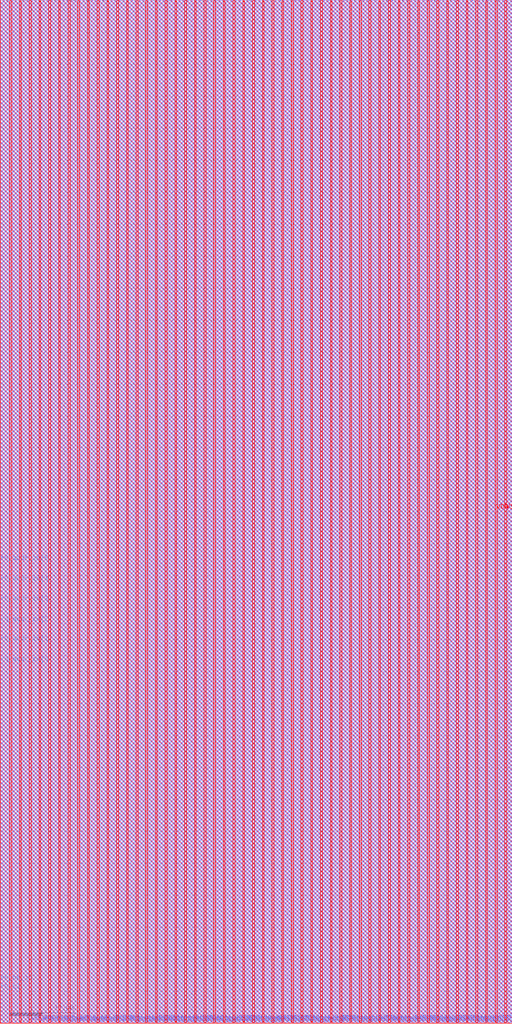
<source format=lef>
# Generated by OpenFakeRAM
VERSION 5.7 ;
BUSBITCHARS "[]" ;
PROPERTYDEFINITIONS
  MACRO width INTEGER ;
  MACRO depth INTEGER ;
  MACRO banks INTEGER ;
END PROPERTYDEFINITIONS
MACRO fakeram_1rw1r_64w64d_sram
  PROPERTY width 64 ;
  PROPERTY depth 64 ;
  PROPERTY banks 1 ;
  FOREIGN fakeram_1rw1r_64w64d_sram 0 0 ;
  SYMMETRY X Y R90 ;
  SIZE 80.180 BY 160.090 ;
  CLASS BLOCK ;
  PIN r0_clk
    DIRECTION INPUT ;
    USE SIGNAL ;
    SHAPE ABUTMENT ;
    PORT
      LAYER metal3 ;
      RECT 0.000 4.865 0.070 4.935 ;
    END
  END r0_clk
  PIN r0_ce_in
    DIRECTION INPUT ;
    USE SIGNAL ;
    SHAPE ABUTMENT ;
    PORT
      LAYER metal3 ;
      RECT 0.000 6.265 0.070 6.335 ;
    END
  END r0_ce_in
  PIN r0_addr_in[0]
    DIRECTION INPUT ;
    USE SIGNAL ;
    SHAPE ABUTMENT ;
    PORT
      LAYER metal3 ;
      RECT 0.000 56.105 0.070 56.175 ;
    END
  END r0_addr_in[0]
  PIN r0_addr_in[1]
    DIRECTION INPUT ;
    USE SIGNAL ;
    SHAPE ABUTMENT ;
    PORT
      LAYER metal3 ;
      RECT 0.000 59.325 0.070 59.395 ;
    END
  END r0_addr_in[1]
  PIN r0_addr_in[2]
    DIRECTION INPUT ;
    USE SIGNAL ;
    SHAPE ABUTMENT ;
    PORT
      LAYER metal3 ;
      RECT 0.000 62.405 0.070 62.475 ;
    END
  END r0_addr_in[2]
  PIN r0_addr_in[3]
    DIRECTION INPUT ;
    USE SIGNAL ;
    SHAPE ABUTMENT ;
    PORT
      LAYER metal3 ;
      RECT 0.000 65.625 0.070 65.695 ;
    END
  END r0_addr_in[3]
  PIN r0_addr_in[4]
    DIRECTION INPUT ;
    USE SIGNAL ;
    SHAPE ABUTMENT ;
    PORT
      LAYER metal3 ;
      RECT 0.000 68.705 0.070 68.775 ;
    END
  END r0_addr_in[4]
  PIN r0_addr_in[5]
    DIRECTION INPUT ;
    USE SIGNAL ;
    SHAPE ABUTMENT ;
    PORT
      LAYER metal3 ;
      RECT 0.000 71.925 0.070 71.995 ;
    END
  END r0_addr_in[5]
  PIN rw0_rd_out[0]
    DIRECTION OUTPUT ;
    USE SIGNAL ;
    SHAPE ABUTMENT ;
    PORT
      LAYER metal2 ;
      RECT 4.145 160.020 4.215 160.090 ;
    END
  END rw0_rd_out[0]
  PIN r0_rd_out[0]
    DIRECTION OUTPUT ;
    USE SIGNAL ;
    SHAPE ABUTMENT ;
    PORT
      LAYER metal2 ;
      RECT 4.715 160.020 4.785 160.090 ;
    END
  END r0_rd_out[0]
  PIN rw0_rd_out[1]
    DIRECTION OUTPUT ;
    USE SIGNAL ;
    SHAPE ABUTMENT ;
    PORT
      LAYER metal2 ;
      RECT 5.285 160.020 5.355 160.090 ;
    END
  END rw0_rd_out[1]
  PIN r0_rd_out[1]
    DIRECTION OUTPUT ;
    USE SIGNAL ;
    SHAPE ABUTMENT ;
    PORT
      LAYER metal2 ;
      RECT 5.855 160.020 5.925 160.090 ;
    END
  END r0_rd_out[1]
  PIN rw0_rd_out[2]
    DIRECTION OUTPUT ;
    USE SIGNAL ;
    SHAPE ABUTMENT ;
    PORT
      LAYER metal2 ;
      RECT 6.425 160.020 6.495 160.090 ;
    END
  END rw0_rd_out[2]
  PIN r0_rd_out[2]
    DIRECTION OUTPUT ;
    USE SIGNAL ;
    SHAPE ABUTMENT ;
    PORT
      LAYER metal2 ;
      RECT 6.995 160.020 7.065 160.090 ;
    END
  END r0_rd_out[2]
  PIN rw0_rd_out[3]
    DIRECTION OUTPUT ;
    USE SIGNAL ;
    SHAPE ABUTMENT ;
    PORT
      LAYER metal2 ;
      RECT 7.565 160.020 7.635 160.090 ;
    END
  END rw0_rd_out[3]
  PIN r0_rd_out[3]
    DIRECTION OUTPUT ;
    USE SIGNAL ;
    SHAPE ABUTMENT ;
    PORT
      LAYER metal2 ;
      RECT 8.135 160.020 8.205 160.090 ;
    END
  END r0_rd_out[3]
  PIN rw0_rd_out[4]
    DIRECTION OUTPUT ;
    USE SIGNAL ;
    SHAPE ABUTMENT ;
    PORT
      LAYER metal2 ;
      RECT 8.705 160.020 8.775 160.090 ;
    END
  END rw0_rd_out[4]
  PIN r0_rd_out[4]
    DIRECTION OUTPUT ;
    USE SIGNAL ;
    SHAPE ABUTMENT ;
    PORT
      LAYER metal2 ;
      RECT 9.275 160.020 9.345 160.090 ;
    END
  END r0_rd_out[4]
  PIN rw0_rd_out[5]
    DIRECTION OUTPUT ;
    USE SIGNAL ;
    SHAPE ABUTMENT ;
    PORT
      LAYER metal2 ;
      RECT 9.845 160.020 9.915 160.090 ;
    END
  END rw0_rd_out[5]
  PIN r0_rd_out[5]
    DIRECTION OUTPUT ;
    USE SIGNAL ;
    SHAPE ABUTMENT ;
    PORT
      LAYER metal2 ;
      RECT 10.415 160.020 10.485 160.090 ;
    END
  END r0_rd_out[5]
  PIN rw0_rd_out[6]
    DIRECTION OUTPUT ;
    USE SIGNAL ;
    SHAPE ABUTMENT ;
    PORT
      LAYER metal2 ;
      RECT 10.985 160.020 11.055 160.090 ;
    END
  END rw0_rd_out[6]
  PIN r0_rd_out[6]
    DIRECTION OUTPUT ;
    USE SIGNAL ;
    SHAPE ABUTMENT ;
    PORT
      LAYER metal2 ;
      RECT 11.555 160.020 11.625 160.090 ;
    END
  END r0_rd_out[6]
  PIN rw0_rd_out[7]
    DIRECTION OUTPUT ;
    USE SIGNAL ;
    SHAPE ABUTMENT ;
    PORT
      LAYER metal2 ;
      RECT 12.125 160.020 12.195 160.090 ;
    END
  END rw0_rd_out[7]
  PIN r0_rd_out[7]
    DIRECTION OUTPUT ;
    USE SIGNAL ;
    SHAPE ABUTMENT ;
    PORT
      LAYER metal2 ;
      RECT 12.695 160.020 12.765 160.090 ;
    END
  END r0_rd_out[7]
  PIN rw0_rd_out[8]
    DIRECTION OUTPUT ;
    USE SIGNAL ;
    SHAPE ABUTMENT ;
    PORT
      LAYER metal2 ;
      RECT 13.265 160.020 13.335 160.090 ;
    END
  END rw0_rd_out[8]
  PIN r0_rd_out[8]
    DIRECTION OUTPUT ;
    USE SIGNAL ;
    SHAPE ABUTMENT ;
    PORT
      LAYER metal2 ;
      RECT 13.835 160.020 13.905 160.090 ;
    END
  END r0_rd_out[8]
  PIN rw0_rd_out[9]
    DIRECTION OUTPUT ;
    USE SIGNAL ;
    SHAPE ABUTMENT ;
    PORT
      LAYER metal2 ;
      RECT 14.405 160.020 14.475 160.090 ;
    END
  END rw0_rd_out[9]
  PIN r0_rd_out[9]
    DIRECTION OUTPUT ;
    USE SIGNAL ;
    SHAPE ABUTMENT ;
    PORT
      LAYER metal2 ;
      RECT 14.975 160.020 15.045 160.090 ;
    END
  END r0_rd_out[9]
  PIN rw0_rd_out[10]
    DIRECTION OUTPUT ;
    USE SIGNAL ;
    SHAPE ABUTMENT ;
    PORT
      LAYER metal2 ;
      RECT 15.545 160.020 15.615 160.090 ;
    END
  END rw0_rd_out[10]
  PIN r0_rd_out[10]
    DIRECTION OUTPUT ;
    USE SIGNAL ;
    SHAPE ABUTMENT ;
    PORT
      LAYER metal2 ;
      RECT 16.115 160.020 16.185 160.090 ;
    END
  END r0_rd_out[10]
  PIN rw0_rd_out[11]
    DIRECTION OUTPUT ;
    USE SIGNAL ;
    SHAPE ABUTMENT ;
    PORT
      LAYER metal2 ;
      RECT 16.685 160.020 16.755 160.090 ;
    END
  END rw0_rd_out[11]
  PIN r0_rd_out[11]
    DIRECTION OUTPUT ;
    USE SIGNAL ;
    SHAPE ABUTMENT ;
    PORT
      LAYER metal2 ;
      RECT 17.255 160.020 17.325 160.090 ;
    END
  END r0_rd_out[11]
  PIN rw0_rd_out[12]
    DIRECTION OUTPUT ;
    USE SIGNAL ;
    SHAPE ABUTMENT ;
    PORT
      LAYER metal2 ;
      RECT 17.825 160.020 17.895 160.090 ;
    END
  END rw0_rd_out[12]
  PIN r0_rd_out[12]
    DIRECTION OUTPUT ;
    USE SIGNAL ;
    SHAPE ABUTMENT ;
    PORT
      LAYER metal2 ;
      RECT 18.395 160.020 18.465 160.090 ;
    END
  END r0_rd_out[12]
  PIN rw0_rd_out[13]
    DIRECTION OUTPUT ;
    USE SIGNAL ;
    SHAPE ABUTMENT ;
    PORT
      LAYER metal2 ;
      RECT 18.965 160.020 19.035 160.090 ;
    END
  END rw0_rd_out[13]
  PIN r0_rd_out[13]
    DIRECTION OUTPUT ;
    USE SIGNAL ;
    SHAPE ABUTMENT ;
    PORT
      LAYER metal2 ;
      RECT 19.535 160.020 19.605 160.090 ;
    END
  END r0_rd_out[13]
  PIN rw0_rd_out[14]
    DIRECTION OUTPUT ;
    USE SIGNAL ;
    SHAPE ABUTMENT ;
    PORT
      LAYER metal2 ;
      RECT 20.105 160.020 20.175 160.090 ;
    END
  END rw0_rd_out[14]
  PIN r0_rd_out[14]
    DIRECTION OUTPUT ;
    USE SIGNAL ;
    SHAPE ABUTMENT ;
    PORT
      LAYER metal2 ;
      RECT 20.675 160.020 20.745 160.090 ;
    END
  END r0_rd_out[14]
  PIN rw0_rd_out[15]
    DIRECTION OUTPUT ;
    USE SIGNAL ;
    SHAPE ABUTMENT ;
    PORT
      LAYER metal2 ;
      RECT 21.245 160.020 21.315 160.090 ;
    END
  END rw0_rd_out[15]
  PIN r0_rd_out[15]
    DIRECTION OUTPUT ;
    USE SIGNAL ;
    SHAPE ABUTMENT ;
    PORT
      LAYER metal2 ;
      RECT 21.815 160.020 21.885 160.090 ;
    END
  END r0_rd_out[15]
  PIN rw0_rd_out[16]
    DIRECTION OUTPUT ;
    USE SIGNAL ;
    SHAPE ABUTMENT ;
    PORT
      LAYER metal2 ;
      RECT 22.195 160.020 22.265 160.090 ;
    END
  END rw0_rd_out[16]
  PIN r0_rd_out[16]
    DIRECTION OUTPUT ;
    USE SIGNAL ;
    SHAPE ABUTMENT ;
    PORT
      LAYER metal2 ;
      RECT 22.765 160.020 22.835 160.090 ;
    END
  END r0_rd_out[16]
  PIN rw0_rd_out[17]
    DIRECTION OUTPUT ;
    USE SIGNAL ;
    SHAPE ABUTMENT ;
    PORT
      LAYER metal2 ;
      RECT 23.335 160.020 23.405 160.090 ;
    END
  END rw0_rd_out[17]
  PIN r0_rd_out[17]
    DIRECTION OUTPUT ;
    USE SIGNAL ;
    SHAPE ABUTMENT ;
    PORT
      LAYER metal2 ;
      RECT 23.905 160.020 23.975 160.090 ;
    END
  END r0_rd_out[17]
  PIN rw0_rd_out[18]
    DIRECTION OUTPUT ;
    USE SIGNAL ;
    SHAPE ABUTMENT ;
    PORT
      LAYER metal2 ;
      RECT 24.475 160.020 24.545 160.090 ;
    END
  END rw0_rd_out[18]
  PIN r0_rd_out[18]
    DIRECTION OUTPUT ;
    USE SIGNAL ;
    SHAPE ABUTMENT ;
    PORT
      LAYER metal2 ;
      RECT 25.045 160.020 25.115 160.090 ;
    END
  END r0_rd_out[18]
  PIN rw0_rd_out[19]
    DIRECTION OUTPUT ;
    USE SIGNAL ;
    SHAPE ABUTMENT ;
    PORT
      LAYER metal2 ;
      RECT 25.615 160.020 25.685 160.090 ;
    END
  END rw0_rd_out[19]
  PIN r0_rd_out[19]
    DIRECTION OUTPUT ;
    USE SIGNAL ;
    SHAPE ABUTMENT ;
    PORT
      LAYER metal2 ;
      RECT 26.185 160.020 26.255 160.090 ;
    END
  END r0_rd_out[19]
  PIN rw0_rd_out[20]
    DIRECTION OUTPUT ;
    USE SIGNAL ;
    SHAPE ABUTMENT ;
    PORT
      LAYER metal2 ;
      RECT 26.755 160.020 26.825 160.090 ;
    END
  END rw0_rd_out[20]
  PIN r0_rd_out[20]
    DIRECTION OUTPUT ;
    USE SIGNAL ;
    SHAPE ABUTMENT ;
    PORT
      LAYER metal2 ;
      RECT 27.325 160.020 27.395 160.090 ;
    END
  END r0_rd_out[20]
  PIN rw0_rd_out[21]
    DIRECTION OUTPUT ;
    USE SIGNAL ;
    SHAPE ABUTMENT ;
    PORT
      LAYER metal2 ;
      RECT 27.895 160.020 27.965 160.090 ;
    END
  END rw0_rd_out[21]
  PIN r0_rd_out[21]
    DIRECTION OUTPUT ;
    USE SIGNAL ;
    SHAPE ABUTMENT ;
    PORT
      LAYER metal2 ;
      RECT 28.465 160.020 28.535 160.090 ;
    END
  END r0_rd_out[21]
  PIN rw0_rd_out[22]
    DIRECTION OUTPUT ;
    USE SIGNAL ;
    SHAPE ABUTMENT ;
    PORT
      LAYER metal2 ;
      RECT 29.035 160.020 29.105 160.090 ;
    END
  END rw0_rd_out[22]
  PIN r0_rd_out[22]
    DIRECTION OUTPUT ;
    USE SIGNAL ;
    SHAPE ABUTMENT ;
    PORT
      LAYER metal2 ;
      RECT 29.605 160.020 29.675 160.090 ;
    END
  END r0_rd_out[22]
  PIN rw0_rd_out[23]
    DIRECTION OUTPUT ;
    USE SIGNAL ;
    SHAPE ABUTMENT ;
    PORT
      LAYER metal2 ;
      RECT 30.175 160.020 30.245 160.090 ;
    END
  END rw0_rd_out[23]
  PIN r0_rd_out[23]
    DIRECTION OUTPUT ;
    USE SIGNAL ;
    SHAPE ABUTMENT ;
    PORT
      LAYER metal2 ;
      RECT 30.745 160.020 30.815 160.090 ;
    END
  END r0_rd_out[23]
  PIN rw0_rd_out[24]
    DIRECTION OUTPUT ;
    USE SIGNAL ;
    SHAPE ABUTMENT ;
    PORT
      LAYER metal2 ;
      RECT 31.315 160.020 31.385 160.090 ;
    END
  END rw0_rd_out[24]
  PIN r0_rd_out[24]
    DIRECTION OUTPUT ;
    USE SIGNAL ;
    SHAPE ABUTMENT ;
    PORT
      LAYER metal2 ;
      RECT 31.885 160.020 31.955 160.090 ;
    END
  END r0_rd_out[24]
  PIN rw0_rd_out[25]
    DIRECTION OUTPUT ;
    USE SIGNAL ;
    SHAPE ABUTMENT ;
    PORT
      LAYER metal2 ;
      RECT 32.455 160.020 32.525 160.090 ;
    END
  END rw0_rd_out[25]
  PIN r0_rd_out[25]
    DIRECTION OUTPUT ;
    USE SIGNAL ;
    SHAPE ABUTMENT ;
    PORT
      LAYER metal2 ;
      RECT 33.025 160.020 33.095 160.090 ;
    END
  END r0_rd_out[25]
  PIN rw0_rd_out[26]
    DIRECTION OUTPUT ;
    USE SIGNAL ;
    SHAPE ABUTMENT ;
    PORT
      LAYER metal2 ;
      RECT 33.595 160.020 33.665 160.090 ;
    END
  END rw0_rd_out[26]
  PIN r0_rd_out[26]
    DIRECTION OUTPUT ;
    USE SIGNAL ;
    SHAPE ABUTMENT ;
    PORT
      LAYER metal2 ;
      RECT 34.165 160.020 34.235 160.090 ;
    END
  END r0_rd_out[26]
  PIN rw0_rd_out[27]
    DIRECTION OUTPUT ;
    USE SIGNAL ;
    SHAPE ABUTMENT ;
    PORT
      LAYER metal2 ;
      RECT 34.735 160.020 34.805 160.090 ;
    END
  END rw0_rd_out[27]
  PIN r0_rd_out[27]
    DIRECTION OUTPUT ;
    USE SIGNAL ;
    SHAPE ABUTMENT ;
    PORT
      LAYER metal2 ;
      RECT 35.305 160.020 35.375 160.090 ;
    END
  END r0_rd_out[27]
  PIN rw0_rd_out[28]
    DIRECTION OUTPUT ;
    USE SIGNAL ;
    SHAPE ABUTMENT ;
    PORT
      LAYER metal2 ;
      RECT 35.875 160.020 35.945 160.090 ;
    END
  END rw0_rd_out[28]
  PIN r0_rd_out[28]
    DIRECTION OUTPUT ;
    USE SIGNAL ;
    SHAPE ABUTMENT ;
    PORT
      LAYER metal2 ;
      RECT 36.445 160.020 36.515 160.090 ;
    END
  END r0_rd_out[28]
  PIN rw0_rd_out[29]
    DIRECTION OUTPUT ;
    USE SIGNAL ;
    SHAPE ABUTMENT ;
    PORT
      LAYER metal2 ;
      RECT 37.015 160.020 37.085 160.090 ;
    END
  END rw0_rd_out[29]
  PIN r0_rd_out[29]
    DIRECTION OUTPUT ;
    USE SIGNAL ;
    SHAPE ABUTMENT ;
    PORT
      LAYER metal2 ;
      RECT 37.585 160.020 37.655 160.090 ;
    END
  END r0_rd_out[29]
  PIN rw0_rd_out[30]
    DIRECTION OUTPUT ;
    USE SIGNAL ;
    SHAPE ABUTMENT ;
    PORT
      LAYER metal2 ;
      RECT 38.155 160.020 38.225 160.090 ;
    END
  END rw0_rd_out[30]
  PIN r0_rd_out[30]
    DIRECTION OUTPUT ;
    USE SIGNAL ;
    SHAPE ABUTMENT ;
    PORT
      LAYER metal2 ;
      RECT 38.725 160.020 38.795 160.090 ;
    END
  END r0_rd_out[30]
  PIN rw0_rd_out[31]
    DIRECTION OUTPUT ;
    USE SIGNAL ;
    SHAPE ABUTMENT ;
    PORT
      LAYER metal2 ;
      RECT 39.295 160.020 39.365 160.090 ;
    END
  END rw0_rd_out[31]
  PIN r0_rd_out[31]
    DIRECTION OUTPUT ;
    USE SIGNAL ;
    SHAPE ABUTMENT ;
    PORT
      LAYER metal2 ;
      RECT 39.865 160.020 39.935 160.090 ;
    END
  END r0_rd_out[31]
  PIN rw0_rd_out[32]
    DIRECTION OUTPUT ;
    USE SIGNAL ;
    SHAPE ABUTMENT ;
    PORT
      LAYER metal2 ;
      RECT 40.435 160.020 40.505 160.090 ;
    END
  END rw0_rd_out[32]
  PIN r0_rd_out[32]
    DIRECTION OUTPUT ;
    USE SIGNAL ;
    SHAPE ABUTMENT ;
    PORT
      LAYER metal2 ;
      RECT 41.005 160.020 41.075 160.090 ;
    END
  END r0_rd_out[32]
  PIN rw0_rd_out[33]
    DIRECTION OUTPUT ;
    USE SIGNAL ;
    SHAPE ABUTMENT ;
    PORT
      LAYER metal2 ;
      RECT 41.575 160.020 41.645 160.090 ;
    END
  END rw0_rd_out[33]
  PIN r0_rd_out[33]
    DIRECTION OUTPUT ;
    USE SIGNAL ;
    SHAPE ABUTMENT ;
    PORT
      LAYER metal2 ;
      RECT 42.145 160.020 42.215 160.090 ;
    END
  END r0_rd_out[33]
  PIN rw0_rd_out[34]
    DIRECTION OUTPUT ;
    USE SIGNAL ;
    SHAPE ABUTMENT ;
    PORT
      LAYER metal2 ;
      RECT 42.715 160.020 42.785 160.090 ;
    END
  END rw0_rd_out[34]
  PIN r0_rd_out[34]
    DIRECTION OUTPUT ;
    USE SIGNAL ;
    SHAPE ABUTMENT ;
    PORT
      LAYER metal2 ;
      RECT 43.285 160.020 43.355 160.090 ;
    END
  END r0_rd_out[34]
  PIN rw0_rd_out[35]
    DIRECTION OUTPUT ;
    USE SIGNAL ;
    SHAPE ABUTMENT ;
    PORT
      LAYER metal2 ;
      RECT 43.855 160.020 43.925 160.090 ;
    END
  END rw0_rd_out[35]
  PIN r0_rd_out[35]
    DIRECTION OUTPUT ;
    USE SIGNAL ;
    SHAPE ABUTMENT ;
    PORT
      LAYER metal2 ;
      RECT 44.425 160.020 44.495 160.090 ;
    END
  END r0_rd_out[35]
  PIN rw0_rd_out[36]
    DIRECTION OUTPUT ;
    USE SIGNAL ;
    SHAPE ABUTMENT ;
    PORT
      LAYER metal2 ;
      RECT 44.995 160.020 45.065 160.090 ;
    END
  END rw0_rd_out[36]
  PIN r0_rd_out[36]
    DIRECTION OUTPUT ;
    USE SIGNAL ;
    SHAPE ABUTMENT ;
    PORT
      LAYER metal2 ;
      RECT 45.565 160.020 45.635 160.090 ;
    END
  END r0_rd_out[36]
  PIN rw0_rd_out[37]
    DIRECTION OUTPUT ;
    USE SIGNAL ;
    SHAPE ABUTMENT ;
    PORT
      LAYER metal2 ;
      RECT 46.135 160.020 46.205 160.090 ;
    END
  END rw0_rd_out[37]
  PIN r0_rd_out[37]
    DIRECTION OUTPUT ;
    USE SIGNAL ;
    SHAPE ABUTMENT ;
    PORT
      LAYER metal2 ;
      RECT 46.705 160.020 46.775 160.090 ;
    END
  END r0_rd_out[37]
  PIN rw0_rd_out[38]
    DIRECTION OUTPUT ;
    USE SIGNAL ;
    SHAPE ABUTMENT ;
    PORT
      LAYER metal2 ;
      RECT 47.275 160.020 47.345 160.090 ;
    END
  END rw0_rd_out[38]
  PIN r0_rd_out[38]
    DIRECTION OUTPUT ;
    USE SIGNAL ;
    SHAPE ABUTMENT ;
    PORT
      LAYER metal2 ;
      RECT 47.845 160.020 47.915 160.090 ;
    END
  END r0_rd_out[38]
  PIN rw0_rd_out[39]
    DIRECTION OUTPUT ;
    USE SIGNAL ;
    SHAPE ABUTMENT ;
    PORT
      LAYER metal2 ;
      RECT 48.415 160.020 48.485 160.090 ;
    END
  END rw0_rd_out[39]
  PIN r0_rd_out[39]
    DIRECTION OUTPUT ;
    USE SIGNAL ;
    SHAPE ABUTMENT ;
    PORT
      LAYER metal2 ;
      RECT 48.985 160.020 49.055 160.090 ;
    END
  END r0_rd_out[39]
  PIN rw0_rd_out[40]
    DIRECTION OUTPUT ;
    USE SIGNAL ;
    SHAPE ABUTMENT ;
    PORT
      LAYER metal2 ;
      RECT 49.555 160.020 49.625 160.090 ;
    END
  END rw0_rd_out[40]
  PIN r0_rd_out[40]
    DIRECTION OUTPUT ;
    USE SIGNAL ;
    SHAPE ABUTMENT ;
    PORT
      LAYER metal2 ;
      RECT 50.125 160.020 50.195 160.090 ;
    END
  END r0_rd_out[40]
  PIN rw0_rd_out[41]
    DIRECTION OUTPUT ;
    USE SIGNAL ;
    SHAPE ABUTMENT ;
    PORT
      LAYER metal2 ;
      RECT 50.695 160.020 50.765 160.090 ;
    END
  END rw0_rd_out[41]
  PIN r0_rd_out[41]
    DIRECTION OUTPUT ;
    USE SIGNAL ;
    SHAPE ABUTMENT ;
    PORT
      LAYER metal2 ;
      RECT 51.265 160.020 51.335 160.090 ;
    END
  END r0_rd_out[41]
  PIN rw0_rd_out[42]
    DIRECTION OUTPUT ;
    USE SIGNAL ;
    SHAPE ABUTMENT ;
    PORT
      LAYER metal2 ;
      RECT 51.835 160.020 51.905 160.090 ;
    END
  END rw0_rd_out[42]
  PIN r0_rd_out[42]
    DIRECTION OUTPUT ;
    USE SIGNAL ;
    SHAPE ABUTMENT ;
    PORT
      LAYER metal2 ;
      RECT 52.405 160.020 52.475 160.090 ;
    END
  END r0_rd_out[42]
  PIN rw0_rd_out[43]
    DIRECTION OUTPUT ;
    USE SIGNAL ;
    SHAPE ABUTMENT ;
    PORT
      LAYER metal2 ;
      RECT 52.975 160.020 53.045 160.090 ;
    END
  END rw0_rd_out[43]
  PIN r0_rd_out[43]
    DIRECTION OUTPUT ;
    USE SIGNAL ;
    SHAPE ABUTMENT ;
    PORT
      LAYER metal2 ;
      RECT 53.545 160.020 53.615 160.090 ;
    END
  END r0_rd_out[43]
  PIN rw0_rd_out[44]
    DIRECTION OUTPUT ;
    USE SIGNAL ;
    SHAPE ABUTMENT ;
    PORT
      LAYER metal2 ;
      RECT 54.115 160.020 54.185 160.090 ;
    END
  END rw0_rd_out[44]
  PIN r0_rd_out[44]
    DIRECTION OUTPUT ;
    USE SIGNAL ;
    SHAPE ABUTMENT ;
    PORT
      LAYER metal2 ;
      RECT 54.685 160.020 54.755 160.090 ;
    END
  END r0_rd_out[44]
  PIN rw0_rd_out[45]
    DIRECTION OUTPUT ;
    USE SIGNAL ;
    SHAPE ABUTMENT ;
    PORT
      LAYER metal2 ;
      RECT 55.255 160.020 55.325 160.090 ;
    END
  END rw0_rd_out[45]
  PIN r0_rd_out[45]
    DIRECTION OUTPUT ;
    USE SIGNAL ;
    SHAPE ABUTMENT ;
    PORT
      LAYER metal2 ;
      RECT 55.825 160.020 55.895 160.090 ;
    END
  END r0_rd_out[45]
  PIN rw0_rd_out[46]
    DIRECTION OUTPUT ;
    USE SIGNAL ;
    SHAPE ABUTMENT ;
    PORT
      LAYER metal2 ;
      RECT 56.395 160.020 56.465 160.090 ;
    END
  END rw0_rd_out[46]
  PIN r0_rd_out[46]
    DIRECTION OUTPUT ;
    USE SIGNAL ;
    SHAPE ABUTMENT ;
    PORT
      LAYER metal2 ;
      RECT 56.965 160.020 57.035 160.090 ;
    END
  END r0_rd_out[46]
  PIN rw0_rd_out[47]
    DIRECTION OUTPUT ;
    USE SIGNAL ;
    SHAPE ABUTMENT ;
    PORT
      LAYER metal2 ;
      RECT 57.535 160.020 57.605 160.090 ;
    END
  END rw0_rd_out[47]
  PIN r0_rd_out[47]
    DIRECTION OUTPUT ;
    USE SIGNAL ;
    SHAPE ABUTMENT ;
    PORT
      LAYER metal2 ;
      RECT 58.105 160.020 58.175 160.090 ;
    END
  END r0_rd_out[47]
  PIN rw0_rd_out[48]
    DIRECTION OUTPUT ;
    USE SIGNAL ;
    SHAPE ABUTMENT ;
    PORT
      LAYER metal2 ;
      RECT 58.485 160.020 58.555 160.090 ;
    END
  END rw0_rd_out[48]
  PIN r0_rd_out[48]
    DIRECTION OUTPUT ;
    USE SIGNAL ;
    SHAPE ABUTMENT ;
    PORT
      LAYER metal2 ;
      RECT 59.055 160.020 59.125 160.090 ;
    END
  END r0_rd_out[48]
  PIN rw0_rd_out[49]
    DIRECTION OUTPUT ;
    USE SIGNAL ;
    SHAPE ABUTMENT ;
    PORT
      LAYER metal2 ;
      RECT 59.625 160.020 59.695 160.090 ;
    END
  END rw0_rd_out[49]
  PIN r0_rd_out[49]
    DIRECTION OUTPUT ;
    USE SIGNAL ;
    SHAPE ABUTMENT ;
    PORT
      LAYER metal2 ;
      RECT 60.195 160.020 60.265 160.090 ;
    END
  END r0_rd_out[49]
  PIN rw0_rd_out[50]
    DIRECTION OUTPUT ;
    USE SIGNAL ;
    SHAPE ABUTMENT ;
    PORT
      LAYER metal2 ;
      RECT 60.765 160.020 60.835 160.090 ;
    END
  END rw0_rd_out[50]
  PIN r0_rd_out[50]
    DIRECTION OUTPUT ;
    USE SIGNAL ;
    SHAPE ABUTMENT ;
    PORT
      LAYER metal2 ;
      RECT 61.335 160.020 61.405 160.090 ;
    END
  END r0_rd_out[50]
  PIN rw0_rd_out[51]
    DIRECTION OUTPUT ;
    USE SIGNAL ;
    SHAPE ABUTMENT ;
    PORT
      LAYER metal2 ;
      RECT 61.905 160.020 61.975 160.090 ;
    END
  END rw0_rd_out[51]
  PIN r0_rd_out[51]
    DIRECTION OUTPUT ;
    USE SIGNAL ;
    SHAPE ABUTMENT ;
    PORT
      LAYER metal2 ;
      RECT 62.475 160.020 62.545 160.090 ;
    END
  END r0_rd_out[51]
  PIN rw0_rd_out[52]
    DIRECTION OUTPUT ;
    USE SIGNAL ;
    SHAPE ABUTMENT ;
    PORT
      LAYER metal2 ;
      RECT 63.045 160.020 63.115 160.090 ;
    END
  END rw0_rd_out[52]
  PIN r0_rd_out[52]
    DIRECTION OUTPUT ;
    USE SIGNAL ;
    SHAPE ABUTMENT ;
    PORT
      LAYER metal2 ;
      RECT 63.615 160.020 63.685 160.090 ;
    END
  END r0_rd_out[52]
  PIN rw0_rd_out[53]
    DIRECTION OUTPUT ;
    USE SIGNAL ;
    SHAPE ABUTMENT ;
    PORT
      LAYER metal2 ;
      RECT 64.185 160.020 64.255 160.090 ;
    END
  END rw0_rd_out[53]
  PIN r0_rd_out[53]
    DIRECTION OUTPUT ;
    USE SIGNAL ;
    SHAPE ABUTMENT ;
    PORT
      LAYER metal2 ;
      RECT 64.755 160.020 64.825 160.090 ;
    END
  END r0_rd_out[53]
  PIN rw0_rd_out[54]
    DIRECTION OUTPUT ;
    USE SIGNAL ;
    SHAPE ABUTMENT ;
    PORT
      LAYER metal2 ;
      RECT 65.325 160.020 65.395 160.090 ;
    END
  END rw0_rd_out[54]
  PIN r0_rd_out[54]
    DIRECTION OUTPUT ;
    USE SIGNAL ;
    SHAPE ABUTMENT ;
    PORT
      LAYER metal2 ;
      RECT 65.895 160.020 65.965 160.090 ;
    END
  END r0_rd_out[54]
  PIN rw0_rd_out[55]
    DIRECTION OUTPUT ;
    USE SIGNAL ;
    SHAPE ABUTMENT ;
    PORT
      LAYER metal2 ;
      RECT 66.465 160.020 66.535 160.090 ;
    END
  END rw0_rd_out[55]
  PIN r0_rd_out[55]
    DIRECTION OUTPUT ;
    USE SIGNAL ;
    SHAPE ABUTMENT ;
    PORT
      LAYER metal2 ;
      RECT 67.035 160.020 67.105 160.090 ;
    END
  END r0_rd_out[55]
  PIN rw0_rd_out[56]
    DIRECTION OUTPUT ;
    USE SIGNAL ;
    SHAPE ABUTMENT ;
    PORT
      LAYER metal2 ;
      RECT 67.605 160.020 67.675 160.090 ;
    END
  END rw0_rd_out[56]
  PIN r0_rd_out[56]
    DIRECTION OUTPUT ;
    USE SIGNAL ;
    SHAPE ABUTMENT ;
    PORT
      LAYER metal2 ;
      RECT 68.175 160.020 68.245 160.090 ;
    END
  END r0_rd_out[56]
  PIN rw0_rd_out[57]
    DIRECTION OUTPUT ;
    USE SIGNAL ;
    SHAPE ABUTMENT ;
    PORT
      LAYER metal2 ;
      RECT 68.745 160.020 68.815 160.090 ;
    END
  END rw0_rd_out[57]
  PIN r0_rd_out[57]
    DIRECTION OUTPUT ;
    USE SIGNAL ;
    SHAPE ABUTMENT ;
    PORT
      LAYER metal2 ;
      RECT 69.315 160.020 69.385 160.090 ;
    END
  END r0_rd_out[57]
  PIN rw0_rd_out[58]
    DIRECTION OUTPUT ;
    USE SIGNAL ;
    SHAPE ABUTMENT ;
    PORT
      LAYER metal2 ;
      RECT 69.885 160.020 69.955 160.090 ;
    END
  END rw0_rd_out[58]
  PIN r0_rd_out[58]
    DIRECTION OUTPUT ;
    USE SIGNAL ;
    SHAPE ABUTMENT ;
    PORT
      LAYER metal2 ;
      RECT 70.455 160.020 70.525 160.090 ;
    END
  END r0_rd_out[58]
  PIN rw0_rd_out[59]
    DIRECTION OUTPUT ;
    USE SIGNAL ;
    SHAPE ABUTMENT ;
    PORT
      LAYER metal2 ;
      RECT 71.025 160.020 71.095 160.090 ;
    END
  END rw0_rd_out[59]
  PIN r0_rd_out[59]
    DIRECTION OUTPUT ;
    USE SIGNAL ;
    SHAPE ABUTMENT ;
    PORT
      LAYER metal2 ;
      RECT 71.595 160.020 71.665 160.090 ;
    END
  END r0_rd_out[59]
  PIN rw0_rd_out[60]
    DIRECTION OUTPUT ;
    USE SIGNAL ;
    SHAPE ABUTMENT ;
    PORT
      LAYER metal2 ;
      RECT 72.165 160.020 72.235 160.090 ;
    END
  END rw0_rd_out[60]
  PIN r0_rd_out[60]
    DIRECTION OUTPUT ;
    USE SIGNAL ;
    SHAPE ABUTMENT ;
    PORT
      LAYER metal2 ;
      RECT 72.735 160.020 72.805 160.090 ;
    END
  END r0_rd_out[60]
  PIN rw0_rd_out[61]
    DIRECTION OUTPUT ;
    USE SIGNAL ;
    SHAPE ABUTMENT ;
    PORT
      LAYER metal2 ;
      RECT 73.305 160.020 73.375 160.090 ;
    END
  END rw0_rd_out[61]
  PIN r0_rd_out[61]
    DIRECTION OUTPUT ;
    USE SIGNAL ;
    SHAPE ABUTMENT ;
    PORT
      LAYER metal2 ;
      RECT 73.875 160.020 73.945 160.090 ;
    END
  END r0_rd_out[61]
  PIN rw0_rd_out[62]
    DIRECTION OUTPUT ;
    USE SIGNAL ;
    SHAPE ABUTMENT ;
    PORT
      LAYER metal2 ;
      RECT 74.445 160.020 74.515 160.090 ;
    END
  END rw0_rd_out[62]
  PIN r0_rd_out[62]
    DIRECTION OUTPUT ;
    USE SIGNAL ;
    SHAPE ABUTMENT ;
    PORT
      LAYER metal2 ;
      RECT 75.015 160.020 75.085 160.090 ;
    END
  END r0_rd_out[62]
  PIN rw0_rd_out[63]
    DIRECTION OUTPUT ;
    USE SIGNAL ;
    SHAPE ABUTMENT ;
    PORT
      LAYER metal2 ;
      RECT 75.585 160.020 75.655 160.090 ;
    END
  END rw0_rd_out[63]
  PIN r0_rd_out[63]
    DIRECTION OUTPUT ;
    USE SIGNAL ;
    SHAPE ABUTMENT ;
    PORT
      LAYER metal2 ;
      RECT 76.155 160.020 76.225 160.090 ;
    END
  END r0_rd_out[63]
  PIN rw0_clk
    DIRECTION INPUT ;
    USE SIGNAL ;
    SHAPE ABUTMENT ;
    PORT
      LAYER metal3 ;
      RECT 80.110 144.165 80.180 144.235 ;
    END
  END rw0_clk
  PIN rw0_ce_in
    DIRECTION INPUT ;
    USE SIGNAL ;
    SHAPE ABUTMENT ;
    PORT
      LAYER metal3 ;
      RECT 80.110 145.705 80.180 145.775 ;
    END
  END rw0_ce_in
  PIN rw0_we_in
    DIRECTION INPUT ;
    USE SIGNAL ;
    SHAPE ABUTMENT ;
    PORT
      LAYER metal3 ;
      RECT 80.110 147.245 80.180 147.315 ;
    END
  END rw0_we_in
  PIN rw0_addr_in[0]
    DIRECTION INPUT ;
    USE SIGNAL ;
    SHAPE ABUTMENT ;
    PORT
      LAYER metal3 ;
      RECT 80.110 24.045 80.180 24.115 ;
    END
  END rw0_addr_in[0]
  PIN rw0_addr_in[1]
    DIRECTION INPUT ;
    USE SIGNAL ;
    SHAPE ABUTMENT ;
    PORT
      LAYER metal3 ;
      RECT 80.110 27.265 80.180 27.335 ;
    END
  END rw0_addr_in[1]
  PIN rw0_addr_in[2]
    DIRECTION INPUT ;
    USE SIGNAL ;
    SHAPE ABUTMENT ;
    PORT
      LAYER metal3 ;
      RECT 80.110 30.485 80.180 30.555 ;
    END
  END rw0_addr_in[2]
  PIN rw0_addr_in[3]
    DIRECTION INPUT ;
    USE SIGNAL ;
    SHAPE ABUTMENT ;
    PORT
      LAYER metal3 ;
      RECT 80.110 33.565 80.180 33.635 ;
    END
  END rw0_addr_in[3]
  PIN rw0_addr_in[4]
    DIRECTION INPUT ;
    USE SIGNAL ;
    SHAPE ABUTMENT ;
    PORT
      LAYER metal3 ;
      RECT 80.110 36.785 80.180 36.855 ;
    END
  END rw0_addr_in[4]
  PIN rw0_addr_in[5]
    DIRECTION INPUT ;
    USE SIGNAL ;
    SHAPE ABUTMENT ;
    PORT
      LAYER metal3 ;
      RECT 80.110 40.005 80.180 40.075 ;
    END
  END rw0_addr_in[5]
  PIN rw0_wd_in[0]
    DIRECTION INPUT ;
    USE SIGNAL ;
    SHAPE ABUTMENT ;
    PORT
      LAYER metal2 ;
      RECT 4.145 0.000 4.215 0.070 ;
    END
  END rw0_wd_in[0]
  PIN rw0_wd_in[1]
    DIRECTION INPUT ;
    USE SIGNAL ;
    SHAPE ABUTMENT ;
    PORT
      LAYER metal2 ;
      RECT 5.285 0.000 5.355 0.070 ;
    END
  END rw0_wd_in[1]
  PIN rw0_wd_in[2]
    DIRECTION INPUT ;
    USE SIGNAL ;
    SHAPE ABUTMENT ;
    PORT
      LAYER metal2 ;
      RECT 6.425 0.000 6.495 0.070 ;
    END
  END rw0_wd_in[2]
  PIN rw0_wd_in[3]
    DIRECTION INPUT ;
    USE SIGNAL ;
    SHAPE ABUTMENT ;
    PORT
      LAYER metal2 ;
      RECT 7.565 0.000 7.635 0.070 ;
    END
  END rw0_wd_in[3]
  PIN rw0_wd_in[4]
    DIRECTION INPUT ;
    USE SIGNAL ;
    SHAPE ABUTMENT ;
    PORT
      LAYER metal2 ;
      RECT 8.705 0.000 8.775 0.070 ;
    END
  END rw0_wd_in[4]
  PIN rw0_wd_in[5]
    DIRECTION INPUT ;
    USE SIGNAL ;
    SHAPE ABUTMENT ;
    PORT
      LAYER metal2 ;
      RECT 9.845 0.000 9.915 0.070 ;
    END
  END rw0_wd_in[5]
  PIN rw0_wd_in[6]
    DIRECTION INPUT ;
    USE SIGNAL ;
    SHAPE ABUTMENT ;
    PORT
      LAYER metal2 ;
      RECT 10.985 0.000 11.055 0.070 ;
    END
  END rw0_wd_in[6]
  PIN rw0_wd_in[7]
    DIRECTION INPUT ;
    USE SIGNAL ;
    SHAPE ABUTMENT ;
    PORT
      LAYER metal2 ;
      RECT 12.125 0.000 12.195 0.070 ;
    END
  END rw0_wd_in[7]
  PIN rw0_wd_in[8]
    DIRECTION INPUT ;
    USE SIGNAL ;
    SHAPE ABUTMENT ;
    PORT
      LAYER metal2 ;
      RECT 13.265 0.000 13.335 0.070 ;
    END
  END rw0_wd_in[8]
  PIN rw0_wd_in[9]
    DIRECTION INPUT ;
    USE SIGNAL ;
    SHAPE ABUTMENT ;
    PORT
      LAYER metal2 ;
      RECT 14.405 0.000 14.475 0.070 ;
    END
  END rw0_wd_in[9]
  PIN rw0_wd_in[10]
    DIRECTION INPUT ;
    USE SIGNAL ;
    SHAPE ABUTMENT ;
    PORT
      LAYER metal2 ;
      RECT 15.545 0.000 15.615 0.070 ;
    END
  END rw0_wd_in[10]
  PIN rw0_wd_in[11]
    DIRECTION INPUT ;
    USE SIGNAL ;
    SHAPE ABUTMENT ;
    PORT
      LAYER metal2 ;
      RECT 16.685 0.000 16.755 0.070 ;
    END
  END rw0_wd_in[11]
  PIN rw0_wd_in[12]
    DIRECTION INPUT ;
    USE SIGNAL ;
    SHAPE ABUTMENT ;
    PORT
      LAYER metal2 ;
      RECT 17.825 0.000 17.895 0.070 ;
    END
  END rw0_wd_in[12]
  PIN rw0_wd_in[13]
    DIRECTION INPUT ;
    USE SIGNAL ;
    SHAPE ABUTMENT ;
    PORT
      LAYER metal2 ;
      RECT 18.965 0.000 19.035 0.070 ;
    END
  END rw0_wd_in[13]
  PIN rw0_wd_in[14]
    DIRECTION INPUT ;
    USE SIGNAL ;
    SHAPE ABUTMENT ;
    PORT
      LAYER metal2 ;
      RECT 20.105 0.000 20.175 0.070 ;
    END
  END rw0_wd_in[14]
  PIN rw0_wd_in[15]
    DIRECTION INPUT ;
    USE SIGNAL ;
    SHAPE ABUTMENT ;
    PORT
      LAYER metal2 ;
      RECT 21.245 0.000 21.315 0.070 ;
    END
  END rw0_wd_in[15]
  PIN rw0_wd_in[16]
    DIRECTION INPUT ;
    USE SIGNAL ;
    SHAPE ABUTMENT ;
    PORT
      LAYER metal2 ;
      RECT 22.385 0.000 22.455 0.070 ;
    END
  END rw0_wd_in[16]
  PIN rw0_wd_in[17]
    DIRECTION INPUT ;
    USE SIGNAL ;
    SHAPE ABUTMENT ;
    PORT
      LAYER metal2 ;
      RECT 23.525 0.000 23.595 0.070 ;
    END
  END rw0_wd_in[17]
  PIN rw0_wd_in[18]
    DIRECTION INPUT ;
    USE SIGNAL ;
    SHAPE ABUTMENT ;
    PORT
      LAYER metal2 ;
      RECT 24.665 0.000 24.735 0.070 ;
    END
  END rw0_wd_in[18]
  PIN rw0_wd_in[19]
    DIRECTION INPUT ;
    USE SIGNAL ;
    SHAPE ABUTMENT ;
    PORT
      LAYER metal2 ;
      RECT 25.805 0.000 25.875 0.070 ;
    END
  END rw0_wd_in[19]
  PIN rw0_wd_in[20]
    DIRECTION INPUT ;
    USE SIGNAL ;
    SHAPE ABUTMENT ;
    PORT
      LAYER metal2 ;
      RECT 26.945 0.000 27.015 0.070 ;
    END
  END rw0_wd_in[20]
  PIN rw0_wd_in[21]
    DIRECTION INPUT ;
    USE SIGNAL ;
    SHAPE ABUTMENT ;
    PORT
      LAYER metal2 ;
      RECT 28.085 0.000 28.155 0.070 ;
    END
  END rw0_wd_in[21]
  PIN rw0_wd_in[22]
    DIRECTION INPUT ;
    USE SIGNAL ;
    SHAPE ABUTMENT ;
    PORT
      LAYER metal2 ;
      RECT 29.225 0.000 29.295 0.070 ;
    END
  END rw0_wd_in[22]
  PIN rw0_wd_in[23]
    DIRECTION INPUT ;
    USE SIGNAL ;
    SHAPE ABUTMENT ;
    PORT
      LAYER metal2 ;
      RECT 30.365 0.000 30.435 0.070 ;
    END
  END rw0_wd_in[23]
  PIN rw0_wd_in[24]
    DIRECTION INPUT ;
    USE SIGNAL ;
    SHAPE ABUTMENT ;
    PORT
      LAYER metal2 ;
      RECT 31.505 0.000 31.575 0.070 ;
    END
  END rw0_wd_in[24]
  PIN rw0_wd_in[25]
    DIRECTION INPUT ;
    USE SIGNAL ;
    SHAPE ABUTMENT ;
    PORT
      LAYER metal2 ;
      RECT 32.645 0.000 32.715 0.070 ;
    END
  END rw0_wd_in[25]
  PIN rw0_wd_in[26]
    DIRECTION INPUT ;
    USE SIGNAL ;
    SHAPE ABUTMENT ;
    PORT
      LAYER metal2 ;
      RECT 33.785 0.000 33.855 0.070 ;
    END
  END rw0_wd_in[26]
  PIN rw0_wd_in[27]
    DIRECTION INPUT ;
    USE SIGNAL ;
    SHAPE ABUTMENT ;
    PORT
      LAYER metal2 ;
      RECT 34.925 0.000 34.995 0.070 ;
    END
  END rw0_wd_in[27]
  PIN rw0_wd_in[28]
    DIRECTION INPUT ;
    USE SIGNAL ;
    SHAPE ABUTMENT ;
    PORT
      LAYER metal2 ;
      RECT 36.065 0.000 36.135 0.070 ;
    END
  END rw0_wd_in[28]
  PIN rw0_wd_in[29]
    DIRECTION INPUT ;
    USE SIGNAL ;
    SHAPE ABUTMENT ;
    PORT
      LAYER metal2 ;
      RECT 37.205 0.000 37.275 0.070 ;
    END
  END rw0_wd_in[29]
  PIN rw0_wd_in[30]
    DIRECTION INPUT ;
    USE SIGNAL ;
    SHAPE ABUTMENT ;
    PORT
      LAYER metal2 ;
      RECT 38.345 0.000 38.415 0.070 ;
    END
  END rw0_wd_in[30]
  PIN rw0_wd_in[31]
    DIRECTION INPUT ;
    USE SIGNAL ;
    SHAPE ABUTMENT ;
    PORT
      LAYER metal2 ;
      RECT 39.485 0.000 39.555 0.070 ;
    END
  END rw0_wd_in[31]
  PIN rw0_wd_in[32]
    DIRECTION INPUT ;
    USE SIGNAL ;
    SHAPE ABUTMENT ;
    PORT
      LAYER metal2 ;
      RECT 40.815 0.000 40.885 0.070 ;
    END
  END rw0_wd_in[32]
  PIN rw0_wd_in[33]
    DIRECTION INPUT ;
    USE SIGNAL ;
    SHAPE ABUTMENT ;
    PORT
      LAYER metal2 ;
      RECT 41.955 0.000 42.025 0.070 ;
    END
  END rw0_wd_in[33]
  PIN rw0_wd_in[34]
    DIRECTION INPUT ;
    USE SIGNAL ;
    SHAPE ABUTMENT ;
    PORT
      LAYER metal2 ;
      RECT 43.095 0.000 43.165 0.070 ;
    END
  END rw0_wd_in[34]
  PIN rw0_wd_in[35]
    DIRECTION INPUT ;
    USE SIGNAL ;
    SHAPE ABUTMENT ;
    PORT
      LAYER metal2 ;
      RECT 44.235 0.000 44.305 0.070 ;
    END
  END rw0_wd_in[35]
  PIN rw0_wd_in[36]
    DIRECTION INPUT ;
    USE SIGNAL ;
    SHAPE ABUTMENT ;
    PORT
      LAYER metal2 ;
      RECT 45.375 0.000 45.445 0.070 ;
    END
  END rw0_wd_in[36]
  PIN rw0_wd_in[37]
    DIRECTION INPUT ;
    USE SIGNAL ;
    SHAPE ABUTMENT ;
    PORT
      LAYER metal2 ;
      RECT 46.515 0.000 46.585 0.070 ;
    END
  END rw0_wd_in[37]
  PIN rw0_wd_in[38]
    DIRECTION INPUT ;
    USE SIGNAL ;
    SHAPE ABUTMENT ;
    PORT
      LAYER metal2 ;
      RECT 47.655 0.000 47.725 0.070 ;
    END
  END rw0_wd_in[38]
  PIN rw0_wd_in[39]
    DIRECTION INPUT ;
    USE SIGNAL ;
    SHAPE ABUTMENT ;
    PORT
      LAYER metal2 ;
      RECT 48.795 0.000 48.865 0.070 ;
    END
  END rw0_wd_in[39]
  PIN rw0_wd_in[40]
    DIRECTION INPUT ;
    USE SIGNAL ;
    SHAPE ABUTMENT ;
    PORT
      LAYER metal2 ;
      RECT 49.935 0.000 50.005 0.070 ;
    END
  END rw0_wd_in[40]
  PIN rw0_wd_in[41]
    DIRECTION INPUT ;
    USE SIGNAL ;
    SHAPE ABUTMENT ;
    PORT
      LAYER metal2 ;
      RECT 51.075 0.000 51.145 0.070 ;
    END
  END rw0_wd_in[41]
  PIN rw0_wd_in[42]
    DIRECTION INPUT ;
    USE SIGNAL ;
    SHAPE ABUTMENT ;
    PORT
      LAYER metal2 ;
      RECT 52.215 0.000 52.285 0.070 ;
    END
  END rw0_wd_in[42]
  PIN rw0_wd_in[43]
    DIRECTION INPUT ;
    USE SIGNAL ;
    SHAPE ABUTMENT ;
    PORT
      LAYER metal2 ;
      RECT 53.355 0.000 53.425 0.070 ;
    END
  END rw0_wd_in[43]
  PIN rw0_wd_in[44]
    DIRECTION INPUT ;
    USE SIGNAL ;
    SHAPE ABUTMENT ;
    PORT
      LAYER metal2 ;
      RECT 54.495 0.000 54.565 0.070 ;
    END
  END rw0_wd_in[44]
  PIN rw0_wd_in[45]
    DIRECTION INPUT ;
    USE SIGNAL ;
    SHAPE ABUTMENT ;
    PORT
      LAYER metal2 ;
      RECT 55.635 0.000 55.705 0.070 ;
    END
  END rw0_wd_in[45]
  PIN rw0_wd_in[46]
    DIRECTION INPUT ;
    USE SIGNAL ;
    SHAPE ABUTMENT ;
    PORT
      LAYER metal2 ;
      RECT 56.775 0.000 56.845 0.070 ;
    END
  END rw0_wd_in[46]
  PIN rw0_wd_in[47]
    DIRECTION INPUT ;
    USE SIGNAL ;
    SHAPE ABUTMENT ;
    PORT
      LAYER metal2 ;
      RECT 57.915 0.000 57.985 0.070 ;
    END
  END rw0_wd_in[47]
  PIN rw0_wd_in[48]
    DIRECTION INPUT ;
    USE SIGNAL ;
    SHAPE ABUTMENT ;
    PORT
      LAYER metal2 ;
      RECT 59.055 0.000 59.125 0.070 ;
    END
  END rw0_wd_in[48]
  PIN rw0_wd_in[49]
    DIRECTION INPUT ;
    USE SIGNAL ;
    SHAPE ABUTMENT ;
    PORT
      LAYER metal2 ;
      RECT 60.195 0.000 60.265 0.070 ;
    END
  END rw0_wd_in[49]
  PIN rw0_wd_in[50]
    DIRECTION INPUT ;
    USE SIGNAL ;
    SHAPE ABUTMENT ;
    PORT
      LAYER metal2 ;
      RECT 61.335 0.000 61.405 0.070 ;
    END
  END rw0_wd_in[50]
  PIN rw0_wd_in[51]
    DIRECTION INPUT ;
    USE SIGNAL ;
    SHAPE ABUTMENT ;
    PORT
      LAYER metal2 ;
      RECT 62.475 0.000 62.545 0.070 ;
    END
  END rw0_wd_in[51]
  PIN rw0_wd_in[52]
    DIRECTION INPUT ;
    USE SIGNAL ;
    SHAPE ABUTMENT ;
    PORT
      LAYER metal2 ;
      RECT 63.615 0.000 63.685 0.070 ;
    END
  END rw0_wd_in[52]
  PIN rw0_wd_in[53]
    DIRECTION INPUT ;
    USE SIGNAL ;
    SHAPE ABUTMENT ;
    PORT
      LAYER metal2 ;
      RECT 64.755 0.000 64.825 0.070 ;
    END
  END rw0_wd_in[53]
  PIN rw0_wd_in[54]
    DIRECTION INPUT ;
    USE SIGNAL ;
    SHAPE ABUTMENT ;
    PORT
      LAYER metal2 ;
      RECT 65.895 0.000 65.965 0.070 ;
    END
  END rw0_wd_in[54]
  PIN rw0_wd_in[55]
    DIRECTION INPUT ;
    USE SIGNAL ;
    SHAPE ABUTMENT ;
    PORT
      LAYER metal2 ;
      RECT 67.035 0.000 67.105 0.070 ;
    END
  END rw0_wd_in[55]
  PIN rw0_wd_in[56]
    DIRECTION INPUT ;
    USE SIGNAL ;
    SHAPE ABUTMENT ;
    PORT
      LAYER metal2 ;
      RECT 68.175 0.000 68.245 0.070 ;
    END
  END rw0_wd_in[56]
  PIN rw0_wd_in[57]
    DIRECTION INPUT ;
    USE SIGNAL ;
    SHAPE ABUTMENT ;
    PORT
      LAYER metal2 ;
      RECT 69.315 0.000 69.385 0.070 ;
    END
  END rw0_wd_in[57]
  PIN rw0_wd_in[58]
    DIRECTION INPUT ;
    USE SIGNAL ;
    SHAPE ABUTMENT ;
    PORT
      LAYER metal2 ;
      RECT 70.455 0.000 70.525 0.070 ;
    END
  END rw0_wd_in[58]
  PIN rw0_wd_in[59]
    DIRECTION INPUT ;
    USE SIGNAL ;
    SHAPE ABUTMENT ;
    PORT
      LAYER metal2 ;
      RECT 71.595 0.000 71.665 0.070 ;
    END
  END rw0_wd_in[59]
  PIN rw0_wd_in[60]
    DIRECTION INPUT ;
    USE SIGNAL ;
    SHAPE ABUTMENT ;
    PORT
      LAYER metal2 ;
      RECT 72.735 0.000 72.805 0.070 ;
    END
  END rw0_wd_in[60]
  PIN rw0_wd_in[61]
    DIRECTION INPUT ;
    USE SIGNAL ;
    SHAPE ABUTMENT ;
    PORT
      LAYER metal2 ;
      RECT 73.875 0.000 73.945 0.070 ;
    END
  END rw0_wd_in[61]
  PIN rw0_wd_in[62]
    DIRECTION INPUT ;
    USE SIGNAL ;
    SHAPE ABUTMENT ;
    PORT
      LAYER metal2 ;
      RECT 75.015 0.000 75.085 0.070 ;
    END
  END rw0_wd_in[62]
  PIN rw0_wd_in[63]
    DIRECTION INPUT ;
    USE SIGNAL ;
    SHAPE ABUTMENT ;
    PORT
      LAYER metal2 ;
      RECT 76.155 0.000 76.225 0.070 ;
    END
  END rw0_wd_in[63]
  PIN VSS
    DIRECTION INOUT ;
    USE GROUND ;
    PORT
      LAYER metal4 ;
      RECT 3.040 0.140 3.320 159.950 ;
      RECT 6.080 0.140 6.360 159.950 ;
      RECT 9.120 0.140 9.400 159.950 ;
      RECT 12.160 0.140 12.440 159.950 ;
      RECT 15.200 0.140 15.480 159.950 ;
      RECT 18.240 0.140 18.520 159.950 ;
      RECT 21.280 0.140 21.560 159.950 ;
      RECT 24.320 0.140 24.600 159.950 ;
      RECT 27.360 0.140 27.640 159.950 ;
      RECT 30.400 0.140 30.680 159.950 ;
      RECT 33.440 0.140 33.720 159.950 ;
      RECT 36.480 0.140 36.760 159.950 ;
      RECT 39.520 0.140 39.800 159.950 ;
      RECT 42.560 0.140 42.840 159.950 ;
      RECT 45.600 0.140 45.880 159.950 ;
      RECT 48.640 0.140 48.920 159.950 ;
      RECT 51.680 0.140 51.960 159.950 ;
      RECT 54.720 0.140 55.000 159.950 ;
      RECT 57.760 0.140 58.040 159.950 ;
      RECT 60.800 0.140 61.080 159.950 ;
      RECT 63.840 0.140 64.120 159.950 ;
      RECT 66.880 0.140 67.160 159.950 ;
      RECT 69.920 0.140 70.200 159.950 ;
      RECT 72.960 0.140 73.240 159.950 ;
      RECT 76.000 0.140 76.280 159.950 ;
      RECT 79.040 0.140 79.320 159.950 ;
    END
  END VSS
  PIN VDD
    DIRECTION INOUT ;
    USE POWER ;
    PORT
      LAYER metal4 ;
      RECT 1.520 0.140 1.800 159.950 ;
      RECT 4.560 0.140 4.840 159.950 ;
      RECT 7.600 0.140 7.880 159.950 ;
      RECT 10.640 0.140 10.920 159.950 ;
      RECT 13.680 0.140 13.960 159.950 ;
      RECT 16.720 0.140 17.000 159.950 ;
      RECT 19.760 0.140 20.040 159.950 ;
      RECT 22.800 0.140 23.080 159.950 ;
      RECT 25.840 0.140 26.120 159.950 ;
      RECT 28.880 0.140 29.160 159.950 ;
      RECT 31.920 0.140 32.200 159.950 ;
      RECT 34.960 0.140 35.240 159.950 ;
      RECT 38.000 0.140 38.280 159.950 ;
      RECT 41.040 0.140 41.320 159.950 ;
      RECT 44.080 0.140 44.360 159.950 ;
      RECT 47.120 0.140 47.400 159.950 ;
      RECT 50.160 0.140 50.440 159.950 ;
      RECT 53.200 0.140 53.480 159.950 ;
      RECT 56.240 0.140 56.520 159.950 ;
      RECT 59.280 0.140 59.560 159.950 ;
      RECT 62.320 0.140 62.600 159.950 ;
      RECT 65.360 0.140 65.640 159.950 ;
      RECT 68.400 0.140 68.680 159.950 ;
      RECT 71.440 0.140 71.720 159.950 ;
      RECT 74.480 0.140 74.760 159.950 ;
      RECT 77.520 0.140 77.800 159.950 ;
    END
  END VDD
  OBS
    LAYER metal1 ;
    RECT 0 0 80.180 160.090 ;
    LAYER metal2 ;
    RECT 0 0 80.180 160.090 ;
    LAYER metal3 ;
    RECT 0 0 80.180 160.090 ;
    LAYER metal4 ;
    RECT 0 0 80.180 160.090 ;
    LAYER OVERLAP ;
    RECT 0 0 80.180 160.090 ;
  END
END fakeram_1rw1r_64w64d_sram

END LIBRARY

</source>
